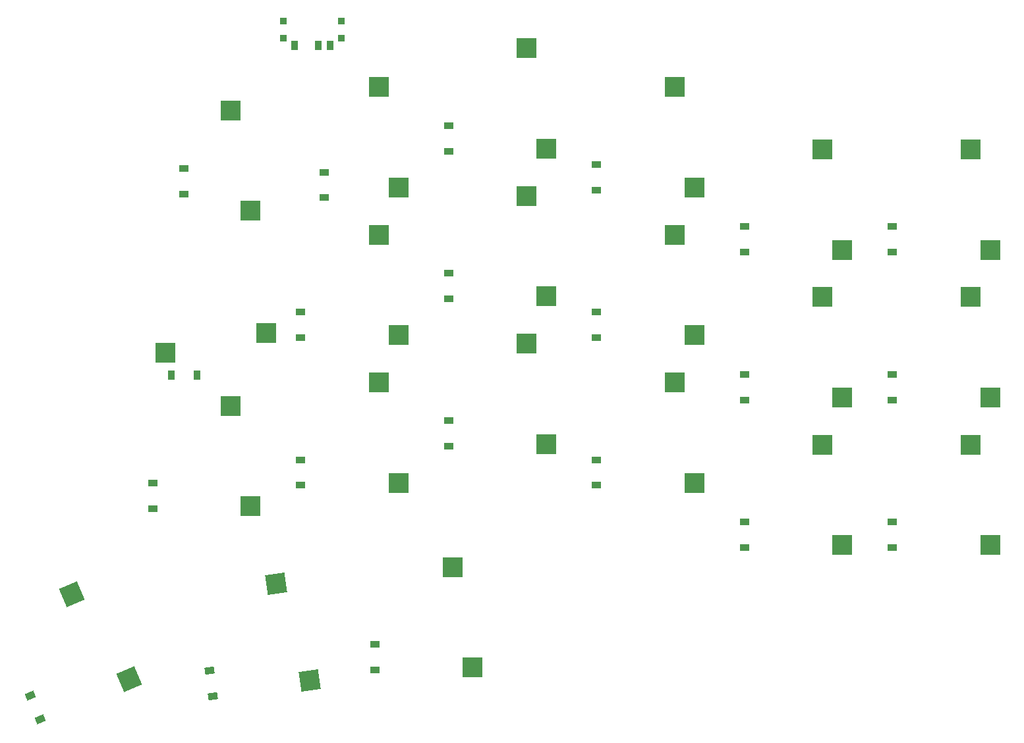
<source format=gbr>
%TF.GenerationSoftware,KiCad,Pcbnew,8.0.6*%
%TF.CreationDate,2024-12-24T11:46:23+01:00*%
%TF.ProjectId,right,72696768-742e-46b6-9963-61645f706362,v1.0.0*%
%TF.SameCoordinates,Original*%
%TF.FileFunction,Paste,Bot*%
%TF.FilePolarity,Positive*%
%FSLAX46Y46*%
G04 Gerber Fmt 4.6, Leading zero omitted, Abs format (unit mm)*
G04 Created by KiCad (PCBNEW 8.0.6) date 2024-12-24 11:46:23*
%MOMM*%
%LPD*%
G01*
G04 APERTURE LIST*
G04 Aperture macros list*
%AMRotRect*
0 Rectangle, with rotation*
0 The origin of the aperture is its center*
0 $1 length*
0 $2 width*
0 $3 Rotation angle, in degrees counterclockwise*
0 Add horizontal line*
21,1,$1,$2,0,0,$3*%
G04 Aperture macros list end*
%ADD10R,0.900000X0.900000*%
%ADD11R,0.900000X1.250000*%
%ADD12R,2.500000X2.550000*%
%ADD13R,1.200000X0.900000*%
%ADD14RotRect,2.550000X2.500000X278.000000*%
%ADD15RotRect,2.550000X2.500000X293.000000*%
%ADD16R,0.900000X1.200000*%
%ADD17RotRect,0.900000X1.200000X113.000000*%
%ADD18R,2.550000X2.500000*%
%ADD19RotRect,0.900000X1.200000X98.000000*%
G04 APERTURE END LIST*
D10*
%TO.C,T1*%
X211300000Y-98400000D03*
X211300000Y-100600000D03*
X218700000Y-98400000D03*
X218700000Y-100600000D03*
D11*
X212750000Y-101575000D03*
X215750000Y-101575000D03*
X217250000Y-101575000D03*
%TD*%
D12*
%TO.C,S12*%
X242540000Y-101915000D03*
X245080000Y-114842000D03*
%TD*%
D13*
%TO.C,D14*%
X194500000Y-161150000D03*
X194500000Y-157850000D03*
%TD*%
%TO.C,D8*%
X251500000Y-139150000D03*
X251500000Y-135850000D03*
%TD*%
D12*
%TO.C,S15*%
X223540000Y-106915000D03*
X226080000Y-119842000D03*
%TD*%
%TO.C,S10*%
X242540000Y-139915000D03*
X245080000Y-152842000D03*
%TD*%
%TO.C,S3*%
X299540000Y-114915000D03*
X302080000Y-127842000D03*
%TD*%
%TO.C,S11*%
X242540000Y-120915000D03*
X245080000Y-133842000D03*
%TD*%
%TO.C,S7*%
X261540000Y-144915000D03*
X264080000Y-157842000D03*
%TD*%
%TO.C,S14*%
X223540000Y-125915000D03*
X226080000Y-138842000D03*
%TD*%
D13*
%TO.C,D5*%
X270500000Y-147150000D03*
X270500000Y-143850000D03*
%TD*%
D12*
%TO.C,S18*%
X233040000Y-168665000D03*
X235580000Y-181592000D03*
%TD*%
D14*
%TO.C,S19*%
X210336781Y-170778506D03*
X214651153Y-183226202D03*
%TD*%
D12*
%TO.C,S9*%
X261540000Y-106915000D03*
X264080000Y-119842000D03*
%TD*%
D13*
%TO.C,D12*%
X232500000Y-115150000D03*
X232500000Y-111850000D03*
%TD*%
%TO.C,D3*%
X289500000Y-128150000D03*
X289500000Y-124850000D03*
%TD*%
D12*
%TO.C,S5*%
X280540000Y-133915000D03*
X283080000Y-146842000D03*
%TD*%
D15*
%TO.C,S20*%
X184109158Y-172164894D03*
X191498222Y-183071803D03*
%TD*%
D12*
%TO.C,S8*%
X261540000Y-125915000D03*
X264080000Y-138842000D03*
%TD*%
D16*
%TO.C,D18*%
X200150000Y-144000000D03*
X196850000Y-144000000D03*
%TD*%
D13*
%TO.C,D10*%
X232500000Y-153150000D03*
X232500000Y-149850000D03*
%TD*%
%TO.C,D9*%
X251500000Y-120150000D03*
X251500000Y-116850000D03*
%TD*%
%TO.C,D2*%
X289500000Y-147150000D03*
X289500000Y-143850000D03*
%TD*%
D12*
%TO.C,S16*%
X204540000Y-147915000D03*
X207080000Y-160842000D03*
%TD*%
D17*
%TO.C,D17*%
X180038615Y-188270717D03*
X178749203Y-185233051D03*
%TD*%
D13*
%TO.C,D21*%
X213500000Y-139150000D03*
X213500000Y-135850000D03*
%TD*%
%TO.C,D7*%
X251500000Y-158150000D03*
X251500000Y-154850000D03*
%TD*%
%TO.C,D20*%
X216500000Y-121150000D03*
X216500000Y-117850000D03*
%TD*%
D12*
%TO.C,S17*%
X204540000Y-109915000D03*
X207080000Y-122842000D03*
%TD*%
D18*
%TO.C,S21*%
X209085000Y-138540000D03*
X196158000Y-141080000D03*
%TD*%
D19*
%TO.C,D16*%
X202236446Y-185282002D03*
X201777174Y-182014118D03*
%TD*%
D12*
%TO.C,S2*%
X299540000Y-133915000D03*
X302080000Y-146842000D03*
%TD*%
D13*
%TO.C,D1*%
X289500000Y-166150000D03*
X289500000Y-162850000D03*
%TD*%
%TO.C,D6*%
X270500000Y-128150000D03*
X270500000Y-124850000D03*
%TD*%
%TO.C,D4*%
X270500000Y-166150000D03*
X270500000Y-162850000D03*
%TD*%
D12*
%TO.C,S4*%
X280540000Y-152915000D03*
X283080000Y-165842000D03*
%TD*%
D13*
%TO.C,D13*%
X213500000Y-158150000D03*
X213500000Y-154850000D03*
%TD*%
D12*
%TO.C,S1*%
X299540000Y-152915000D03*
X302080000Y-165842000D03*
%TD*%
D13*
%TO.C,D15*%
X223000000Y-181900000D03*
X223000000Y-178600000D03*
%TD*%
D12*
%TO.C,S13*%
X223540000Y-144915000D03*
X226080000Y-157842000D03*
%TD*%
D13*
%TO.C,D11*%
X232500000Y-134150000D03*
X232500000Y-130850000D03*
%TD*%
%TO.C,D19*%
X198500000Y-120650000D03*
X198500000Y-117350000D03*
%TD*%
D12*
%TO.C,S6*%
X280540000Y-114915000D03*
X283080000Y-127842000D03*
%TD*%
M02*

</source>
